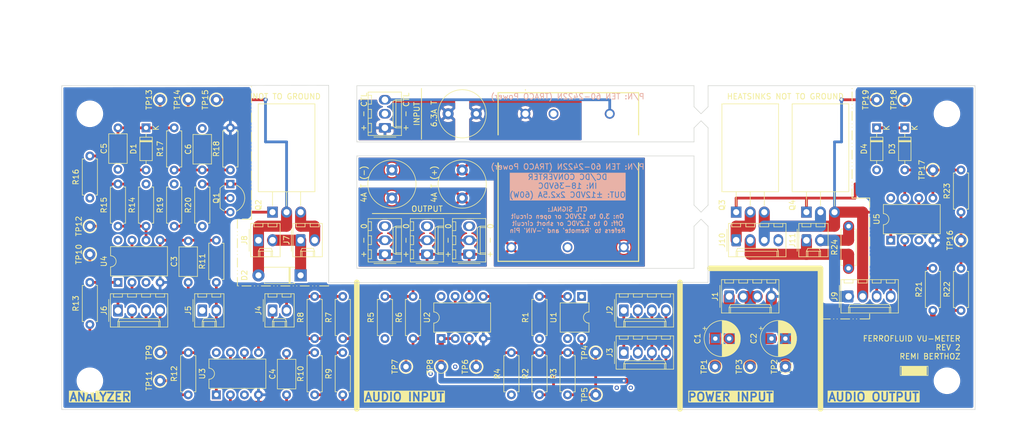
<source format=kicad_pcb>
(kicad_pcb
	(version 20240108)
	(generator "pcbnew")
	(generator_version "8.0")
	(general
		(thickness 1.6)
		(legacy_teardrops no)
	)
	(paper "A4")
	(title_block
		(title "FERROFLUID VU-METER")
		(date "2023-09-13")
		(rev "2")
	)
	(layers
		(0 "F.Cu" signal)
		(1 "In1.Cu" signal)
		(2 "In2.Cu" signal)
		(31 "B.Cu" signal)
		(32 "B.Adhes" user "B.Adhesive")
		(33 "F.Adhes" user "F.Adhesive")
		(34 "B.Paste" user)
		(35 "F.Paste" user)
		(36 "B.SilkS" user "B.Silkscreen")
		(37 "F.SilkS" user "F.Silkscreen")
		(38 "B.Mask" user)
		(39 "F.Mask" user)
		(40 "Dwgs.User" user "User.Drawings")
		(41 "Cmts.User" user "User.Comments")
		(42 "Eco1.User" user "User.Eco1")
		(43 "Eco2.User" user "User.Eco2")
		(44 "Edge.Cuts" user)
		(45 "Margin" user)
		(46 "B.CrtYd" user "B.Courtyard")
		(47 "F.CrtYd" user "F.Courtyard")
		(48 "B.Fab" user)
		(49 "F.Fab" user)
		(50 "User.1" user)
		(51 "User.2" user)
		(52 "User.3" user)
		(53 "User.4" user)
		(54 "User.5" user)
		(55 "User.6" user)
		(56 "User.7" user)
		(57 "User.8" user)
		(58 "User.9" user)
	)
	(setup
		(stackup
			(layer "F.SilkS"
				(type "Top Silk Screen")
			)
			(layer "F.Paste"
				(type "Top Solder Paste")
			)
			(layer "F.Mask"
				(type "Top Solder Mask")
				(thickness 0.01)
			)
			(layer "F.Cu"
				(type "copper")
				(thickness 0.035)
			)
			(layer "dielectric 1"
				(type "prepreg")
				(thickness 0.1)
				(material "FR4")
				(epsilon_r 4.5)
				(loss_tangent 0.02)
			)
			(layer "In1.Cu"
				(type "copper")
				(thickness 0.035)
			)
			(layer "dielectric 2"
				(type "core")
				(thickness 1.24)
				(material "FR4")
				(epsilon_r 4.5)
				(loss_tangent 0.02)
			)
			(layer "In2.Cu"
				(type "copper")
				(thickness 0.035)
			)
			(layer "dielectric 3"
				(type "prepreg")
				(thickness 0.1)
				(material "FR4")
				(epsilon_r 4.5)
				(loss_tangent 0.02)
			)
			(layer "B.Cu"
				(type "copper")
				(thickness 0.035)
			)
			(layer "B.Mask"
				(type "Bottom Solder Mask")
				(thickness 0.01)
			)
			(layer "B.Paste"
				(type "Bottom Solder Paste")
			)
			(layer "B.SilkS"
				(type "Bottom Silk Screen")
			)
			(copper_finish "None")
			(dielectric_constraints no)
		)
		(pad_to_mask_clearance 0)
		(allow_soldermask_bridges_in_footprints no)
		(pcbplotparams
			(layerselection 0x00010fc_ffffffff)
			(plot_on_all_layers_selection 0x0000000_00000000)
			(disableapertmacros no)
			(usegerberextensions no)
			(usegerberattributes yes)
			(usegerberadvancedattributes yes)
			(creategerberjobfile yes)
			(dashed_line_dash_ratio 12.000000)
			(dashed_line_gap_ratio 3.000000)
			(svgprecision 4)
			(plotframeref no)
			(viasonmask no)
			(mode 1)
			(useauxorigin no)
			(hpglpennumber 1)
			(hpglpenspeed 20)
			(hpglpendiameter 15.000000)
			(pdf_front_fp_property_popups yes)
			(pdf_back_fp_property_popups yes)
			(dxfpolygonmode yes)
			(dxfimperialunits yes)
			(dxfusepcbnewfont yes)
			(psnegative no)
			(psa4output no)
			(plotreference yes)
			(plotvalue yes)
			(plotfptext yes)
			(plotinvisibletext no)
			(sketchpadsonfab no)
			(subtractmaskfromsilk no)
			(outputformat 1)
			(mirror no)
			(drillshape 1)
			(scaleselection 1)
			(outputdirectory "")
		)
	)
	(net 0 "")
	(net 1 "GND")
	(net 2 "/BANDPASS")
	(net 3 "/HIGHPASS")
	(net 4 "/M_LINE")
	(net 5 "/R_LINE")
	(net 6 "/L_LINE")
	(net 7 "/SPK")
	(net 8 "/EQL")
	(net 9 "/LOWPASS")
	(net 10 "/PWR_SPK")
	(net 11 "/PWR_EM")
	(net 12 "+12V")
	(net 13 "-12V")
	(net 14 "Net-(U4A--)")
	(net 15 "Net-(U3A--)")
	(net 16 "Net-(J6-Pad4)")
	(net 17 "Net-(J4-Pin_1)")
	(net 18 "Net-(J4-Pin_2)")
	(net 19 "Net-(U5A--)")
	(net 20 "Net-(U2A-+)")
	(net 21 "Net-(Q3-B)")
	(net 22 "Net-(U2B--)")
	(net 23 "Net-(R22-Pad2)")
	(net 24 "Net-(U4B--)")
	(net 25 "Net-(J6-Pad2)")
	(net 26 "Net-(Q1-E)")
	(net 27 "Net-(Q1-C)")
	(net 28 "Net-(Q1-B)")
	(net 29 "Net-(J5-Pin_2)")
	(net 30 "Net-(D3-K)")
	(net 31 "Net-(D3-A)")
	(net 32 "Net-(D1-K)")
	(net 33 "Net-(D1-A)")
	(net 34 "/+12V_EM")
	(net 35 "/GND_SPK")
	(net 36 "/GND_EM")
	(net 37 "/+12V_SPK")
	(net 38 "/-12V_SPK")
	(net 39 "Net-(J2001-Pin_1)")
	(net 40 "Net-(PS1001-+VIN)")
	(net 41 "Net-(J1002-Pin_1)")
	(net 42 "Net-(PS1001-+VOUT)")
	(net 43 "Net-(J1002-Pin_2)")
	(net 44 "Net-(PS1001--VOUT)")
	(net 45 "Net-(J1002-Pin_3)")
	(net 46 "Net-(J2001-Pin_3)")
	(net 47 "Net-(J2001-Pin_2)")
	(net 48 "Net-(R1-Pad1)")
	(net 49 "Net-(J9-Pad4)")
	(net 50 "unconnected-(J10-Pin_4-Pad4)")
	(net 51 "/PWR_SPK2")
	(footprint "Diode_THT:D_DO-35_SOD27_P7.62mm_Horizontal" (layer "F.Cu") (at 210.82 43.18 -90))
	(footprint "Resistor_THT:R_Axial_DIN0207_L6.3mm_D2.5mm_P7.62mm_Horizontal" (layer "F.Cu") (at 91.44 71.12 90))
	(footprint "Connector_Molex:Molex_KK-254_AE-6410-03A_1x03_P2.54mm_Vertical" (layer "F.Cu") (at 121.92 43.18 90))
	(footprint "Resistor_THT:R_Axial_DIN0207_L6.3mm_D2.5mm_P7.62mm_Horizontal" (layer "F.Cu") (at 83.82 53.34 -90))
	(footprint "Capacitor_THT:C_Axial_L5.1mm_D3.1mm_P7.50mm_Horizontal" (layer "F.Cu") (at 104.14 91.44 90))
	(footprint "MountingHole:MountingHole_4.3mm_M4" (layer "F.Cu") (at 223.52 88.9 90))
	(footprint "TestPoint:TestPoint_THTPad_D2.0mm_Drill1.0mm" (layer "F.Cu") (at 181.61 86.36 90))
	(footprint "Package_TO_SOT_THT:TO-220-3_Horizontal_TabDown" (layer "F.Cu") (at 198.12 58.42))
	(footprint "Connector_Molex:Molex_KK-254_AE-6410-04A_1x04_P2.54mm_Vertical" (layer "F.Cu") (at 184.15 73.66))
	(footprint "Capacitor_THT:C_Axial_L5.1mm_D3.1mm_P7.50mm_Horizontal" (layer "F.Cu") (at 88.9 43.3 -90))
	(footprint "Fuse:Fuse_Littelfuse_372_D8.50mm" (layer "F.Cu") (at 135.89 50.8 -90))
	(footprint "Connector_Molex:Molex_KK-254_AE-6410-02A_1x02_P2.54mm_Vertical" (layer "F.Cu") (at 101.6 76.2))
	(footprint "Package_DIP:DIP-8_W7.62mm" (layer "F.Cu") (at 91.44 91.44 90))
	(footprint "MountingHole:MountingHole_4.3mm_M4" (layer "F.Cu") (at 172.72 58.42))
	(footprint "Resistor_THT:R_Axial_DIN0207_L6.3mm_D2.5mm_P7.62mm_Horizontal" (layer "F.Cu") (at 88.9 53.34 -90))
	(footprint "TestPoint:TestPoint_THTPad_D2.0mm_Drill1.0mm" (layer "F.Cu") (at 215.9 38.1 90))
	(footprint "Connector_Molex:Molex_KK-254_AE-6410-04A_1x04_P2.54mm_Vertical" (layer "F.Cu") (at 185.42 63.5))
	(footprint "Connector_Molex:Molex_KK-254_AE-6410-04A_1x04_P2.54mm_Vertical" (layer "F.Cu") (at 165.1 76.2))
	(footprint "Connector_Molex:Molex_KK-254_AE-6410-04A_1x04_P2.54mm_Vertical" (layer "F.Cu") (at 205.74 73.66))
	(footprint "TestPoint:TestPoint_THTPad_D2.0mm_Drill1.0mm" (layer "F.Cu") (at 226.06 63.5 90))
	(footprint "Fuse:Fuse_Littelfuse_372_D8.50mm" (layer "F.Cu") (at 123.19 50.8 -90))
	(footprint "Package_DIP:DIP-8_W7.62mm" (layer "F.Cu") (at 132.08 81.28 90))
	(footprint "Capacitor_THT:CP_Radial_D6.3mm_P2.50mm" (layer "F.Cu") (at 191.81 81.28))
	(footprint "Connector_Molex:Molex_KK-254_AE-6410-04A_1x04_P2.54mm_Vertical" (layer "F.Cu") (at 73.66 76.2))
	(footprint "TestPoint:TestPoint_THTPad_D2.0mm_Drill1.0mm" (layer "F.Cu") (at 132.08 86.36 90))
	(footprint "TestPoint:TestPoint_THTPad_D2.0mm_Drill1.0mm" (layer "F.Cu") (at 91.44 38.1 90))
	(footprint "Resistor_THT:R_Axial_DIN0207_L6.3mm_D2.5mm_P7.62mm_Horizontal" (layer "F.Cu") (at 86.36 83.82 -90))
	(footprint "Resistor_THT:R_Axial_DIN0207_L6.3mm_D2.5mm_P7.62mm_Horizontal" (layer "F.Cu") (at 109.22 81.28 90))
	(footprint "Capacitor_THT:C_Axial_L5.1mm_D3.1mm_P7.50mm_Horizontal" (layer "F.Cu") (at 73.66 50.68 90))
	(footprint "Diode_THT:D_DO-35_SOD27_P7.62mm_Horizontal" (layer "F.Cu") (at 215.9 43.18 -90))
	(footprint "Resistor_THT:R_Axial_DIN0207_L6.3mm_D2.5mm_P7.62mm_Horizontal" (layer "F.Cu") (at 205.74 60.96 -90))
	(footprint "Symbol:OSHW-Logo2_9.8x8mm_Copper_Mask"
		(layer "F.Cu")
		(uuid "5d09a0d0-084f-44a1-b119-dd29dfc100fd")
		(at 210.82 86.36)
		(descr "Open Source Hardware Symbol")
		(tags "Logo Symbol OSHW")
		(property "Reference" "SYM2"
			(at 0 0 0)
			(layer "F.SilkS")
			(hide yes)
			(uuid "befca711-da03-4429-944c-732f3ebab9e2")
			(effects
				(font
					(size 1 1)
					(thickness 0.15)
				)
			)
		)
		(property "Value" "Logo_Open_Hardware_Small"
			(at 0.75 0 0)
			(layer "F.Fab")
			(hide yes)
			(uuid "9ea18d4f-ccc3-4706-bd49-b0a0978c506d")
			(effects
				(font
					(size 1 1)
					(thickness 0.15)
				)
			)
		)
		(property "Footprint" ""
			(at 0 0 0)
			(unlocked yes)
			(layer "F.Fab")
			(hide yes)
			(uuid "76cff6f2-375d-403a-aa4c-f7aad74ae2e1")
			(effects
				(font
					(size 1.27 1.27)
				)
			)
		)
		(property "Datasheet" ""
			(at 0 0 0)
			(unlocked yes)
			(layer "F.Fab")
			(hide yes)
			(uuid "faf72b62-da77-49e8-bd1c-44d8c2a804f6")
			(effects
				(font
					(size 1.27 1.27)
				)
			)
		)
		(property "Description" "Open Hardware logo, small"
			(at 0 0 0)
			(unlocked yes)
			(layer "F.Fab")
			(hide yes)
			(uuid "435d6326-4ab5-41b8-ba91-0503e6dc95df")
			(effects
				(font
					(size 1.27 1.27)
				)
			)
		)
		(property "Sim.Enable" "0"
			(at 0 0 0)
			(layer "F.Fab")
			(hide yes)
			(uuid "a5a7c86c-63a0-490a-9e2a-a08887464c27")
			(effects
				(font
					(size 1 1)
					(thickness 0.15)
				)
			)
		)
		(path "/b93db04d-5c3f-4cd2-b4f9-f778df1c6901")
		(sheetfile "project.kicad_sch")
		(attr exclude_from_pos_files)
		(fp_poly
			(pts
				(xy 3.570807 2.636782) (xy 3.594161 2.646988) (xy 3.649902 2.691134) (xy 3.697569 2.754967) (xy 3.727048 2.823087)
				(xy 3.731846 2.85667) (xy 3.71576 2.903556) (xy 3.680475 2.928365) (xy 3.642644 2.943387) (xy 3.625321 2.946155)
				(xy 3.616886 2.926066) (xy 3.60023 2.882351) (xy 3.592923 2.862598) (xy 3.551948 2.794271) (xy 3.492622 2.760191)
				(xy 3.416552 2.761239) (xy 3.410918 2.762581) (xy 3.370305 2.781836) (xy 3.340448 2.819375) (xy 3.320055 2.879809)
				(xy 3.307836 2.967751) (xy 3.3025 3.087813) (xy 3.302 3.151698) (xy 3.301752 3.252403) (xy 3.300126 3.321054)
				(xy 3.295801 3.364673) (xy 3.287454 3.390282) (xy 3.273765 3.404903) (xy 3.253411 3.415558) (xy 3.252234 3.416095)
				(xy 3.213038 3.432667) (xy 3.193619 3.438769) (xy 3.190635 3.420319) (xy 3.188081 3.369323) (xy 3.18614 3.292308)
				(xy 3.184997 3.195805) (xy 3.184769 3.125184) (xy 3.185932 2.988525) (xy 3.190479 2.884851) (xy 3.199999 2.808108)
				(xy 3.216081 2.752246) (xy 3.240313 2.711212) (xy 3.274286 2.678954) (xy 3.307833 2.65644) (xy 3.388499 2.626476)
				(xy 3.482381 2.619718) (xy 3.570807 2.636782)
			)
			(stroke
				(width 0.01)
				(type solid)
			)
			(fill solid)
			(layer "F.Cu")
			(uuid "2bda17f3-ffbb-4a91-ba27-13ade4477d6f")
		)
		(fp_poly
			(pts
				(xy -1.728336 2.595089) (xy -1.665633 2.631358) (xy -1.622039 2.667358) (xy -1.590155 2.705075)
				(xy -1.56819 2.751199) (xy -1.554351 2.812421) (xy -1.546847 2.895431) (xy -1.543883 3.006919) (xy -1.543539 3.087062)
				(xy -1.543539 3.382065) (xy -1.709615 3.456515) (xy -1.719385 3.133402) (xy -1.723421 3.012729)
				(xy -1.727656 2.925141) (xy -1.732903 2.86465) (xy -1.739975 2.825268) (xy -1.749689 2.801007) (xy -1.762856 2.78588)
				(xy -1.767081 2.782606) (xy -1.831091 2.757034) (xy -1.895792 2.767153) (xy -1.934308 2.794) (xy -1.949975 2.813024)
				(xy -1.96082 2.837988) (xy -1.967712 2.875834) (xy -1.971521 2.933502) (xy -1.973117 3.017935) (xy -1.973385 3.105928)
				(xy -1.973437 3.216323) (xy -1.975328 3.294463) (xy -1.981655 3.347165) (xy -1.995017 3.381242)
				(xy -2.018015 3.403511) (xy -2.053246 3.420787) (xy -2.100303 3.438738) (xy -2.151697 3.458278)
				(xy -2.145579 3.111485) (xy -2.143116 2.986468) (xy -2.140233 2.894082) (xy -2.136102 2.827881)
				(xy -2.129893 2.78142) (xy -2.120774 2.748256) (xy -2.107917 2.721944) (xy -2.092416 2.698729) (xy -2.017629 2.624569)
				(xy -1.926372 2.581684) (xy -1.827117 2.571412) (xy -1.728336 2.595089)
			)
			(stroke
				(width 0.01)
				(type solid)
			)
			(fill solid)
			(layer "F.Cu")
			(uuid "7b5acb20-216d-4fdd-bb84-e13ffef07790")
		)
		(fp_poly
			(pts
				(xy 0.713362 2.62467) (xy 0.802117 2.657421) (xy 0.874022 2.71535) (xy 0.902144 2.756128) (xy 0.932802 2.830954)
				(xy 0.932165 2.885058) (xy 0.899987 2.921446) (xy 0.888081 2.927633) (xy 0.836675 2.946925) (xy 0.810422 2.941982)
				(xy 0.80153 2.909587) (xy 0.801077 2.891692) (xy 0.784797 2.825859) (xy 0.742365 2.779807) (xy 0.683388 2.757564)
				(xy 0.617475 2.763161) (xy 0.563895 2.792229) (xy 0.545798 2.80881) (xy 0.532971 2.828925) (xy 0.524306 2.859332)
				(xy 0.518696 2.906788) (xy 0.515035 2.97805) (xy 0.512215 3.079875) (xy 0.511484 3.112115) (xy 0.50882 3.22241)
				(xy 0.505792 3.300036) (xy 0.50125 3.351396) (xy 0.494046 3.38289) (xy 0.483033 3.40092) (xy 0.46706 3.411888)
				(xy 0.456834 3.416733) (xy 0.413406 3.433301) (xy 0.387842 3.438769) (xy 0.379395 3.420507) (xy 0.374239 3.365296)
				(xy 0.372346 3.272499) (xy 0.373689 3.141478) (xy 0.374107 3.121269) (xy 0.377058 3.001733) (xy 0.380548 2.914449)
				(xy 0.385514 2.852591) (xy 0.392893 2.809336) (xy 0.403624 2.77786) (xy 0.418645 2.751339) (xy 0.426502 2.7
... [1265238 chars truncated]
</source>
